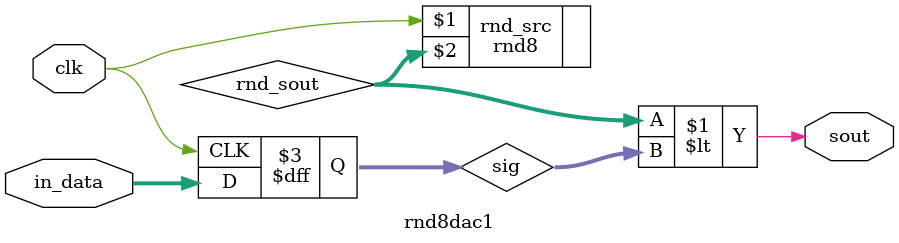
<source format=v>
module rnd8dac1(clk, in_data, sout);
input clk;
input [7:0] in_data;
output wire sout;

reg [7:0] sig;

wire [7:0] rnd_sout;
rnd8 rnd_src(clk, rnd_sout);

assign sout = (rnd_sout<sig);

always @(posedge clk) begin
	sig <= in_data;
end

endmodule

</source>
